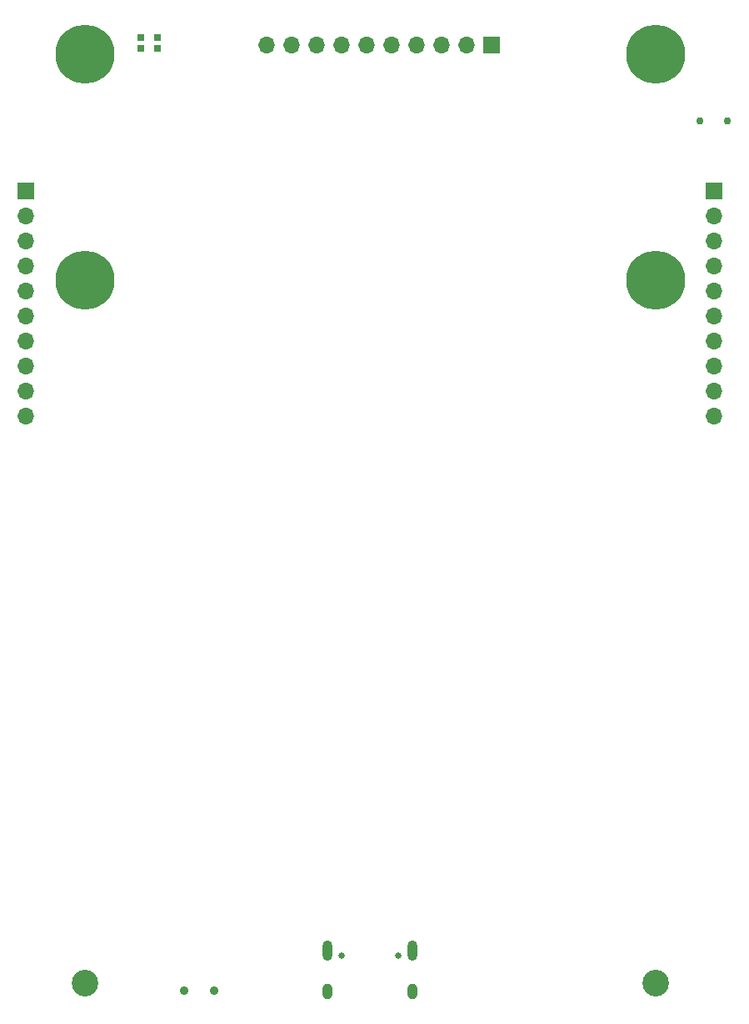
<source format=gbr>
%TF.GenerationSoftware,KiCad,Pcbnew,8.0.4*%
%TF.CreationDate,2024-08-08T16:45:06-04:00*%
%TF.ProjectId,beepy,62656570-792e-46b6-9963-61645f706362,rev?*%
%TF.SameCoordinates,Original*%
%TF.FileFunction,Soldermask,Top*%
%TF.FilePolarity,Negative*%
%FSLAX46Y46*%
G04 Gerber Fmt 4.6, Leading zero omitted, Abs format (unit mm)*
G04 Created by KiCad (PCBNEW 8.0.4) date 2024-08-08 16:45:06*
%MOMM*%
%LPD*%
G01*
G04 APERTURE LIST*
%ADD10C,2.700000*%
%ADD11R,0.800000X0.700000*%
%ADD12C,0.750000*%
%ADD13R,1.700000X1.700000*%
%ADD14O,1.700000X1.700000*%
%ADD15C,6.000000*%
%ADD16O,1.000000X1.600000*%
%ADD17O,1.000000X2.100000*%
%ADD18C,0.650000*%
%ADD19C,0.900000*%
G04 APERTURE END LIST*
D10*
%TO.C,H1*%
X62100000Y-140500000D03*
%TD*%
D11*
%TO.C,D2*%
X69470000Y-44560000D03*
X67770000Y-44560000D03*
X67770000Y-45660000D03*
X69470000Y-45660000D03*
%TD*%
D10*
%TO.C,H2*%
X120100000Y-140500000D03*
%TD*%
D12*
%TO.C,SW2*%
X127385000Y-53030000D03*
X124635000Y-53030000D03*
%TD*%
D13*
%TO.C,J44*%
X126040000Y-60090000D03*
D14*
X126040000Y-62630000D03*
X126040000Y-65170000D03*
X126040000Y-67710000D03*
X126040000Y-70250000D03*
X126040000Y-72790000D03*
X126040000Y-75330000D03*
X126040000Y-77870000D03*
X126040000Y-80410000D03*
X126040000Y-82950000D03*
%TD*%
D15*
%TO.C,M1*%
X62100000Y-46200000D03*
%TD*%
%TO.C,M3*%
X120100000Y-69200000D03*
%TD*%
%TO.C,M4*%
X120100000Y-46200000D03*
%TD*%
D16*
%TO.C,J15*%
X95410000Y-141410000D03*
D17*
X95410000Y-137230000D03*
D18*
X93980000Y-137760000D03*
X88200000Y-137760000D03*
D16*
X86770000Y-141410000D03*
D17*
X86770000Y-137230000D03*
%TD*%
D13*
%TO.C,J47*%
X56140000Y-60090000D03*
D14*
X56140000Y-62630000D03*
X56140000Y-65170000D03*
X56140000Y-67710000D03*
X56140000Y-70250000D03*
X56140000Y-72790000D03*
X56140000Y-75330000D03*
X56140000Y-77870000D03*
X56140000Y-80410000D03*
X56140000Y-82950000D03*
%TD*%
D15*
%TO.C,M2*%
X62100000Y-69200000D03*
%TD*%
D14*
%TO.C,J46*%
X80610000Y-45250000D03*
X83150000Y-45250000D03*
X85690000Y-45250000D03*
X88230000Y-45250000D03*
X90770000Y-45250000D03*
X93310000Y-45250000D03*
X95850000Y-45250000D03*
X98390000Y-45250000D03*
X100930000Y-45250000D03*
D13*
X103470000Y-45250000D03*
%TD*%
D19*
%TO.C,SW1*%
X72220000Y-141310000D03*
X75220000Y-141310000D03*
%TD*%
M02*

</source>
